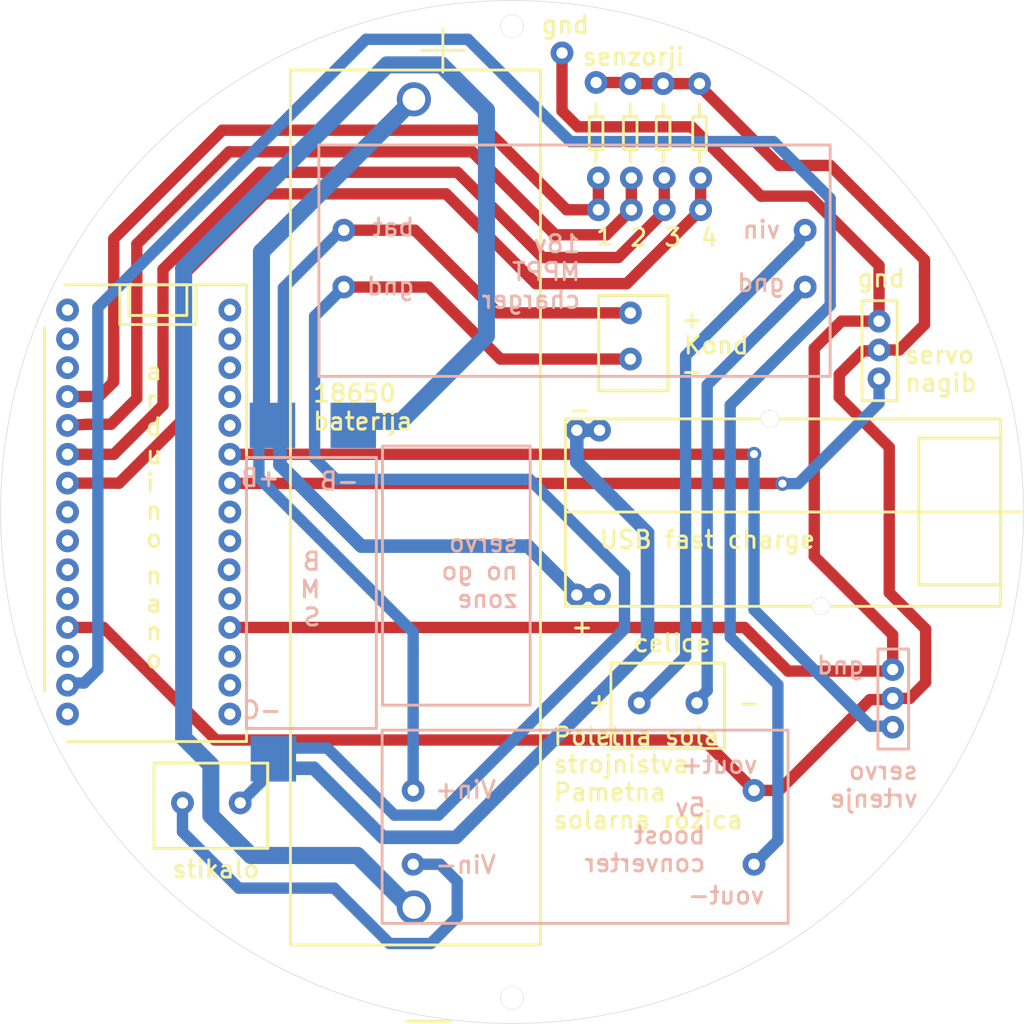
<source format=kicad_pcb>
(kicad_pcb (version 20241229) (generator "pcbnew") (generator_version "9.0")
  (layers (0 "F.Cu" signal "Top Layer") (2 "B.Cu" signal "Bottom Layer") (13 "F.Paste" user "Top Paste") (15 "B.Paste" user "Bottom Paste") (5 "F.SilkS" user "Top Overlay") (7 "B.SilkS" user "Bottom Overlay") (1 "F.Mask" user "Top Solder") (3 "B.Mask" user "Bottom Solder") (25 "Edge.Cuts" user))
  (net 0 "")
  (footprint "" (layer "F.Cu") (at 156.2011 97.8036)
    (property "Reference" "" (at 0 0 0) (layer "F.SilkS") (effects (font (size 1.27 1.27))))
    (property "Value" "")
    (pad "170" thru_hole circle (at 0 0) (size 2 2) (drill 1) (layers "*.Cu" "*.Mask"))
  )
  (footprint "" (layer "F.Cu") (at 156.2011 112.3036)
    (property "Reference" "" (at 0 0 0) (layer "F.SilkS") (effects (font (size 1.27 1.27))))
    (property "Value" "")
    (pad "170" thru_hole circle (at 0 0) (size 2 2) (drill 1) (layers "*.Cu" "*.Mask"))
  )
  (footprint "" (layer "F.Cu") (at 180.8011 90.7436)
    (property "Reference" "" (at 0 0 0) (layer "F.SilkS") (effects (font (size 1.27 1.27))))
    (property "Value" "")
    (pad "144" thru_hole circle (at 0 0) (size 2 2) (drill 1) (layers "*.Cu" "*.Mask"))
  )
  (footprint "" (layer "F.Cu") (at 123.6091 110.0836)
    (property "Reference" "" (at 0 0 0) (layer "F.SilkS") (effects (font (size 1.27 1.27))))
    (property "Value" "")
    (pad "141" thru_hole circle (at 0 0) (size 2 2) (drill 1) (layers "*.Cu" "*.Mask"))
  )
  (footprint "" (layer "F.Cu") (at 182.0011 118.8636)
    (property "Reference" "" (at 0 0 0) (layer "F.SilkS") (effects (font (size 1.27 1.27))))
    (property "Value" "")
    (pad "143" thru_hole circle (at 0 0) (size 2 2) (drill 1) (layers "*.Cu" "*.Mask"))
  )
  (footprint "" (layer "F.Cu") (at 123.6651 120.2436)
    (property "Reference" "" (at 0 0 0) (layer "F.SilkS") (effects (font (size 1.27 1.27))))
    (property "Value" "")
    (pad "141" thru_hole circle (at 0 0) (size 2 2) (drill 1) (layers "*.Cu" "*.Mask"))
  )
  (footprint "" (layer "F.Cu") (at 134.5311 97.3836)
    (property "Reference" "" (at 0 0 0) (layer "F.SilkS") (effects (font (size 1.27 1.27))))
    (property "Value" "")
    (pad "134" smd rect (at 0 0) (size 4 4) (layers "B.Cu" "B.Mask" "B.Paste"))
  )
  (footprint "" (layer "F.Cu") (at 124.5811 130.6036)
    (property "Reference" "" (at 0 0 0) (layer "F.SilkS") (effects (font (size 1.27 1.27))))
    (property "Value" "")
    (pad "107" thru_hole circle (at 0 0) (size 2 2) (drill 1) (layers "*.Cu" "*.Mask"))
  )
  (footprint "" (layer "F.Cu") (at 148.5011 62.2536)
    (property "Reference" "" (at 0 0 0) (layer "F.SilkS") (effects (font (size 1.27 1.27))))
    (property "Value" "")
    (pad "155" thru_hole circle (at 0 0) (size 2 2) (drill 3.2) (layers "*.Cu" "*.Mask"))
  )
  (footprint "" (layer "F.Cu") (at 156.1011 75.6036)
    (property "Reference" "" (at 0 0 0) (layer "F.SilkS") (effects (font (size 1.27 1.27))))
    (property "Value" "")
    (pad "157" thru_hole circle (at 0 0) (size 2 2) (drill 1) (layers "*.Cu" "*.Mask"))
  )
  (footprint "" (layer "F.Cu") (at 158.9011 67.3036)
    (property "Reference" "" (at 0 0 0) (layer "F.SilkS") (effects (font (size 1.27 1.27))))
    (property "Value" "")
    (pad "158" thru_hole circle (at 0 0) (size 2 2) (drill 1) (layers "*.Cu" "*.Mask"))
  )
  (footprint "" (layer "F.Cu") (at 133.7011 85.2036)
    (property "Reference" "" (at 0 0 0) (layer "F.SilkS") (effects (font (size 1.27 1.27))))
    (property "Value" "")
    (pad "132" thru_hole circle (at 0 0 270) (size 2 2) (drill 1) (layers "*.Cu" "*.Mask"))
  )
  (footprint "" (layer "F.Cu") (at 180.8011 93.2836)
    (property "Reference" "" (at 0 0 0) (layer "F.SilkS") (effects (font (size 1.27 1.27))))
    (property "Value" "")
    (pad "145" thru_hole circle (at 0 0) (size 2 2) (drill 1) (layers "*.Cu" "*.Mask"))
  )
  (footprint "" (layer "F.Cu") (at 174.3011 80.2036)
    (property "Reference" "" (at 0 0 0) (layer "F.SilkS") (effects (font (size 1.27 1.27))))
    (property "Value" "")
    (pad "129" thru_hole circle (at 0 0 270) (size 2 2) (drill 1) (layers "*.Cu" "*.Mask"))
  )
  (footprint "" (layer "F.Cu") (at 139.8651 139.8016)
    (property "Reference" "" (at 0 0 0) (layer "F.SilkS") (effects (font (size 1.27 1.27))))
    (property "Value" "")
    (pad "" thru_hole circle (at 0 0) (size 3 3) (drill 2) (layers "*.Cu" "*.Mask"))
  )
  (footprint "" (layer "F.Cu") (at 182.0011 123.9436)
    (property "Reference" "" (at 0 0 0) (layer "F.SilkS") (effects (font (size 1.27 1.27))))
    (property "Value" "")
    (pad "145" thru_hole circle (at 0 0) (size 2 2) (drill 1) (layers "*.Cu" "*.Mask"))
  )
  (footprint "" (layer "F.Cu") (at 109.3851 102.4636)
    (property "Reference" "" (at 0 0 0) (layer "F.SilkS") (effects (font (size 1.27 1.27))))
    (property "Value" "")
    (pad "146" thru_hole circle (at 0 0) (size 2 2) (drill 1) (layers "*.Cu" "*.Mask"))
  )
  (footprint "" (layer "F.Cu") (at 169.8011 129.5036)
    (property "Reference" "" (at 0 0 0) (layer "F.SilkS") (effects (font (size 1.27 1.27))))
    (property "Value" "")
    (pad "137" thru_hole circle (at 0 0 270) (size 2 2) (drill 1) (layers "*.Cu" "*.Mask"))
  )
  (footprint "" (layer "F.Cu") (at 119.5011 130.6036)
    (property "Reference" "" (at 0 0 0) (layer "F.SilkS") (effects (font (size 1.27 1.27))))
    (property "Value" "")
    (pad "105" thru_hole circle (at 0 0) (size 2 2) (drill 1) (layers "*.Cu" "*.Mask"))
  )
  (footprint "" (layer "F.Cu") (at 123.6091 110.0836)
    (property "Reference" "" (at 0 0 0) (layer "F.SilkS") (effects (font (size 1.27 1.27))))
    (property "Value" "")
    (pad "141" thru_hole circle (at 0 0) (size 1.524 1.524) (drill 0.762) (layers "*.Cu" "*.Mask"))
  )
  (footprint "" (layer "F.Cu") (at 158.9151 87.4776)
    (property "Reference" "" (at 0 0 0) (layer "F.SilkS") (effects (font (size 1.27 1.27))))
    (property "Value" "")
    (pad "158" thru_hole circle (at 0 0) (size 2 2) (drill 1) (layers "*.Cu" "*.Mask"))
  )
  (footprint "" (layer "F.Cu") (at 109.3851 99.9236)
    (property "Reference" "" (at 0 0 0) (layer "F.SilkS") (effects (font (size 1.27 1.27))))
    (property "Value" "")
    (pad "145" thru_hole circle (at 0 0) (size 2 2) (drill 1) (layers "*.Cu" "*.Mask"))
  )
  (footprint "" (layer "F.Cu") (at 158.9151 91.5416)
    (property "Reference" "" (at 0 0 0) (layer "F.SilkS") (effects (font (size 1.27 1.27))))
    (property "Value" "")
    (pad "158" thru_hole circle (at 0 0) (size 2 2) (drill 1) (layers "*.Cu" "*.Mask"))
  )
  (footprint "" (layer "F.Cu") (at 155.9011 67.2036)
    (property "Reference" "" (at 0 0 0) (layer "F.SilkS") (effects (font (size 1.27 1.27))))
    (property "Value" "")
    (pad "158" thru_hole circle (at 0 0) (size 2 2) (drill 1) (layers "*.Cu" "*.Mask"))
  )
  (footprint "" (layer "F.Cu") (at 109.3851 120.2436)
    (property "Reference" "" (at 0 0 0) (layer "F.SilkS") (effects (font (size 1.27 1.27))))
    (property "Value" "")
    (pad "153" thru_hole circle (at 0 0) (size 2 2) (drill 1) (layers "*.Cu" "*.Mask"))
  )
  (footprint "" (layer "F.Cu") (at 165.1011 78.4036)
    (property "Reference" "" (at 0 0 0) (layer "F.SilkS") (effects (font (size 1.27 1.27))))
    (property "Value" "")
    (pad "156" thru_hole circle (at 0 0) (size 2 2) (drill 1) (layers "*.Cu" "*.Mask"))
  )
  (footprint "" (layer "F.Cu") (at 109.3851 115.1636)
    (property "Reference" "" (at 0 0 0) (layer "F.SilkS") (effects (font (size 1.27 1.27))))
    (property "Value" "")
    (pad "151" thru_hole circle (at 0 0) (size 2 2) (drill 1) (layers "*.Cu" "*.Mask"))
  )
  (footprint "" (layer "F.Cu") (at 161.9011 75.6036)
    (property "Reference" "" (at 0 0 0) (layer "F.SilkS") (effects (font (size 1.27 1.27))))
    (property "Value" "")
    (pad "157" thru_hole circle (at 0 0) (size 2 2) (drill 1) (layers "*.Cu" "*.Mask"))
  )
  (footprint "" (layer "F.Cu") (at 156.1011 78.4036)
    (property "Reference" "" (at 0 0 0) (layer "F.SilkS") (effects (font (size 1.27 1.27))))
    (property "Value" "")
    (pad "156" thru_hole circle (at 0 0) (size 2 2) (drill 1) (layers "*.Cu" "*.Mask"))
  )
  (footprint "" (layer "F.Cu") (at 133.7011 80.2036)
    (property "Reference" "" (at 0 0 0) (layer "F.SilkS") (effects (font (size 1.27 1.27))))
    (property "Value" "")
    (pad "131" thru_hole circle (at 0 0 270) (size 2 2) (drill 1) (layers "*.Cu" "*.Mask"))
  )
  (footprint "" (layer "F.Cu") (at 109.3851 97.3836)
    (property "Reference" "" (at 0 0 0) (layer "F.SilkS") (effects (font (size 1.27 1.27))))
    (property "Value" "")
    (pad "144" thru_hole circle (at 0 0) (size 2 2) (drill 1) (layers "*.Cu" "*.Mask"))
  )
  (footprint "" (layer "F.Cu") (at 161.9011 78.4036)
    (property "Reference" "" (at 0 0 0) (layer "F.SilkS") (effects (font (size 1.27 1.27))))
    (property "Value" "")
    (pad "156" thru_hole circle (at 0 0) (size 2 2) (drill 1) (layers "*.Cu" "*.Mask"))
  )
  (footprint "" (layer "F.Cu") (at 109.3851 89.7636)
    (property "Reference" "" (at 0 0 0) (layer "F.SilkS") (effects (font (size 1.27 1.27))))
    (property "Value" "")
    (pad "141" thru_hole circle (at 0 0) (size 2 2) (drill 1) (layers "*.Cu" "*.Mask"))
  )
  (footprint "" (layer "F.Cu") (at 161.8011 67.3036)
    (property "Reference" "" (at 0 0 0) (layer "F.SilkS") (effects (font (size 1.27 1.27))))
    (property "Value" "")
    (pad "158" thru_hole circle (at 0 0) (size 2 2) (drill 1) (layers "*.Cu" "*.Mask"))
  )
  (footprint "" (layer "F.Cu") (at 127.5011 126.7286)
    (property "Reference" "" (at 0 0 0) (layer "F.SilkS") (effects (font (size 1.27 1.27))))
    (property "Value" "")
    (pad "134" smd rect (at 0 0) (size 4 4) (layers "B.Cu" "B.Mask" "B.Paste"))
  )
  (footprint "" (layer "F.Cu") (at 175.7011 113.3036)
    (property "Reference" "" (at 0 0 0) (layer "F.SilkS") (effects (font (size 1.27 1.27))))
    (property "Value" "")
    (pad "171" thru_hole circle (at 0 0) (size 1.524 1.524) (drill 2) (layers "*.Cu" "*.Mask"))
  )
  (footprint "" (layer "F.Cu") (at 159.7011 121.8036)
    (property "Reference" "" (at 0 0 0) (layer "F.SilkS") (effects (font (size 1.27 1.27))))
    (property "Value" "")
    (pad "105" thru_hole circle (at 0 0) (size 2 2) (drill 1) (layers "*.Cu" "*.Mask"))
  )
  (footprint "" (layer "F.Cu") (at 127.4191 97.3836)
    (property "Reference" "" (at 0 0 0) (layer "F.SilkS") (effects (font (size 1.27 1.27))))
    (property "Value" "")
    (pad "134" smd rect (at 0 0) (size 4 4) (layers "B.Cu" "B.Mask" "B.Paste"))
  )
  (footprint "" (layer "F.Cu") (at 123.6651 87.2236)
    (property "Reference" "" (at 0 0 0) (layer "F.SilkS") (effects (font (size 1.27 1.27))))
    (property "Value" "")
    (pad "141" thru_hole circle (at 0 0) (size 2 2) (drill 1) (layers "*.Cu" "*.Mask"))
  )
  (footprint "" (layer "F.Cu") (at 159.0011 75.6036)
    (property "Reference" "" (at 0 0 0) (layer "F.SilkS") (effects (font (size 1.27 1.27))))
    (property "Value" "")
    (pad "157" thru_hole circle (at 0 0) (size 2 2) (drill 1) (layers "*.Cu" "*.Mask"))
  )
  (footprint "" (layer "F.Cu") (at 165.1011 75.6036)
    (property "Reference" "" (at 0 0 0) (layer "F.SilkS") (effects (font (size 1.27 1.27))))
    (property "Value" "")
    (pad "157" thru_hole circle (at 0 0) (size 2 2) (drill 1) (layers "*.Cu" "*.Mask"))
  )
  (footprint "" (layer "F.Cu") (at 109.3851 110.0836)
    (property "Reference" "" (at 0 0 0) (layer "F.SilkS") (effects (font (size 1.27 1.27))))
    (property "Value" "")
    (pad "149" thru_hole circle (at 0 0) (size 2 2) (drill 1) (layers "*.Cu" "*.Mask"))
  )
  (footprint "" (layer "F.Cu") (at 123.6651 107.5436)
    (property "Reference" "" (at 0 0 0) (layer "F.SilkS") (effects (font (size 1.27 1.27))))
    (property "Value" "")
    (pad "141" thru_hole circle (at 0 0) (size 2 2) (drill 1) (layers "*.Cu" "*.Mask"))
  )
  (footprint "" (layer "F.Cu") (at 123.6651 115.1636)
    (property "Reference" "" (at 0 0 0) (layer "F.SilkS") (effects (font (size 1.27 1.27))))
    (property "Value" "")
    (pad "141" thru_hole circle (at 0 0) (size 2 2) (drill 1) (layers "*.Cu" "*.Mask"))
  )
  (footprint "" (layer "F.Cu") (at 139.8651 68.6816)
    (property "Reference" "" (at 0 0 0) (layer "F.SilkS") (effects (font (size 1.27 1.27))))
    (property "Value" "")
    (pad "128" thru_hole circle (at 0 0) (size 3 3) (drill 2) (layers "*.Cu" "*.Mask"))
  )
  (footprint "" (layer "F.Cu") (at 123.6651 117.7036)
    (property "Reference" "" (at 0 0 0) (layer "F.SilkS") (effects (font (size 1.27 1.27))))
    (property "Value" "")
    (pad "141" thru_hole circle (at 0 0) (size 2 2) (drill 1) (layers "*.Cu" "*.Mask"))
  )
  (footprint "" (layer "F.Cu") (at 159.0011 78.4036)
    (property "Reference" "" (at 0 0 0) (layer "F.SilkS") (effects (font (size 1.27 1.27))))
    (property "Value" "")
    (pad "156" thru_hole circle (at 0 0) (size 2 2) (drill 1) (layers "*.Cu" "*.Mask"))
  )
  (footprint "" (layer "F.Cu") (at 180.8011 88.2036)
    (property "Reference" "" (at 0 0 0) (layer "F.SilkS") (effects (font (size 1.27 1.27))))
    (property "Value" "")
    (pad "143" thru_hole circle (at 0 0) (size 2 2) (drill 1) (layers "*.Cu" "*.Mask"))
  )
  (footprint "" (layer "F.Cu") (at 123.6651 102.4636)
    (property "Reference" "" (at 0 0 0) (layer "F.SilkS") (effects (font (size 1.27 1.27))))
    (property "Value" "")
    (pad "141" thru_hole circle (at 0 0) (size 2 2) (drill 1) (layers "*.Cu" "*.Mask"))
  )
  (footprint "" (layer "F.Cu") (at 109.3851 112.6236)
    (property "Reference" "" (at 0 0 0) (layer "F.SilkS") (effects (font (size 1.27 1.27))))
    (property "Value" "")
    (pad "150" thru_hole circle (at 0 0) (size 2 2) (drill 1) (layers "*.Cu" "*.Mask"))
  )
  (footprint "" (layer "F.Cu") (at 154.2011 112.3036)
    (property "Reference" "" (at 0 0 0) (layer "F.SilkS") (effects (font (size 1.27 1.27))))
    (property "Value" "")
    (pad "169" thru_hole circle (at 0 0) (size 2 2) (drill 1) (layers "*.Cu" "*.Mask"))
  )
  (footprint "" (layer "F.Cu") (at 109.3851 94.8436)
    (property "Reference" "" (at 0 0 0) (layer "F.SilkS") (effects (font (size 1.27 1.27))))
    (property "Value" "")
    (pad "143" thru_hole circle (at 0 0) (size 2 2) (drill 1) (layers "*.Cu" "*.Mask"))
  )
  (footprint "" (layer "F.Cu") (at 165.0011 67.3036)
    (property "Reference" "" (at 0 0 0) (layer "F.SilkS") (effects (font (size 1.27 1.27))))
    (property "Value" "")
    (pad "158" thru_hole circle (at 0 0) (size 2 2) (drill 1) (layers "*.Cu" "*.Mask"))
  )
  (footprint "" (layer "F.Cu") (at 123.6651 122.7836)
    (property "Reference" "" (at 0 0 0) (layer "F.SilkS") (effects (font (size 1.27 1.27))))
    (property "Value" "")
    (pad "141" thru_hole circle (at 0 0) (size 2 2) (drill 1) (layers "*.Cu" "*.Mask"))
  )
  (footprint "" (layer "F.Cu") (at 123.6651 97.3836)
    (property "Reference" "" (at 0 0 0) (layer "F.SilkS") (effects (font (size 1.27 1.27))))
    (property "Value" "")
    (pad "141" thru_hole circle (at 0 0) (size 2 2) (drill 1) (layers "*.Cu" "*.Mask"))
  )
  (footprint "" (layer "F.Cu") (at 154.2011 97.8036)
    (property "Reference" "" (at 0 0 0) (layer "F.SilkS") (effects (font (size 1.27 1.27))))
    (property "Value" "")
    (pad "169" thru_hole circle (at 0 0) (size 2 2) (drill 1) (layers "*.Cu" "*.Mask"))
  )
  (footprint "" (layer "F.Cu") (at 152.9011 64.6036)
    (property "Reference" "" (at 0 0 0) (layer "F.SilkS") (effects (font (size 1.27 1.27))))
    (property "Value" "")
    (pad "155" thru_hole circle (at 0 0) (size 2 2) (drill 1) (layers "*.Cu" "*.Mask"))
  )
  (footprint "" (layer "F.Cu") (at 123.6651 94.8436)
    (property "Reference" "" (at 0 0 0) (layer "F.SilkS") (effects (font (size 1.27 1.27))))
    (property "Value" "")
    (pad "141" thru_hole circle (at 0 0) (size 2 2) (drill 1) (layers "*.Cu" "*.Mask"))
  )
  (footprint "" (layer "F.Cu") (at 109.3851 105.0036)
    (property "Reference" "" (at 0 0 0) (layer "F.SilkS") (effects (font (size 1.27 1.27))))
    (property "Value" "")
    (pad "147" thru_hole circle (at 0 0) (size 2 2) (drill 1) (layers "*.Cu" "*.Mask"))
  )
  (footprint "" (layer "F.Cu") (at 109.3851 107.5436)
    (property "Reference" "" (at 0 0 0) (layer "F.SilkS") (effects (font (size 1.27 1.27))))
    (property "Value" "")
    (pad "148" thru_hole circle (at 0 0) (size 2 2) (drill 1) (layers "*.Cu" "*.Mask"))
  )
  (footprint "" (layer "F.Cu") (at 139.8011 129.5036)
    (property "Reference" "" (at 0 0 0) (layer "F.SilkS") (effects (font (size 1.27 1.27))))
    (property "Value" "")
    (pad "137" thru_hole circle (at 0 0 270) (size 2 2) (drill 1) (layers "*.Cu" "*.Mask"))
  )
  (footprint "" (layer "F.Cu") (at 169.8011 136.0036)
    (property "Reference" "" (at 0 0 0) (layer "F.SilkS") (effects (font (size 1.27 1.27))))
    (property "Value" "")
    (pad "138" thru_hole circle (at 0 0 270) (size 2 2) (drill 1) (layers "*.Cu" "*.Mask"))
  )
  (footprint "" (layer "F.Cu") (at 109.3851 92.3036)
    (property "Reference" "" (at 0 0 0) (layer "F.SilkS") (effects (font (size 1.27 1.27))))
    (property "Value" "")
    (pad "142" thru_hole circle (at 0 0) (size 2 2) (drill 1) (layers "*.Cu" "*.Mask"))
  )
  (footprint "" (layer "F.Cu") (at 174.3011 85.2036)
    (property "Reference" "" (at 0 0 0) (layer "F.SilkS") (effects (font (size 1.27 1.27))))
    (property "Value" "")
    (pad "130" thru_hole circle (at 0 0 270) (size 2 2) (drill 1) (layers "*.Cu" "*.Mask"))
  )
  (footprint "" (layer "F.Cu") (at 123.6651 99.9236)
    (property "Reference" "" (at 0 0 0) (layer "F.SilkS") (effects (font (size 1.27 1.27))))
    (property "Value" "")
    (pad "141" thru_hole circle (at 0 0) (size 2 2) (drill 1) (layers "*.Cu" "*.Mask"))
  )
  (footprint "" (layer "F.Cu") (at 139.8011 136.0036)
    (property "Reference" "" (at 0 0 0) (layer "F.SilkS") (effects (font (size 1.27 1.27))))
    (property "Value" "")
    (pad "138" thru_hole circle (at 0 0 270) (size 2 2) (drill 1) (layers "*.Cu" "*.Mask"))
  )
  (footprint "" (layer "F.Cu") (at 171.2011 96.8036)
    (property "Reference" "" (at 0 0 0) (layer "F.SilkS") (effects (font (size 1.27 1.27))))
    (property "Value" "")
    (pad "172" thru_hole circle (at 0 0) (size 1.524 1.524) (drill 2) (layers "*.Cu" "*.Mask"))
  )
  (footprint "" (layer "F.Cu") (at 123.6651 105.0036)
    (property "Reference" "" (at 0 0 0) (layer "F.SilkS") (effects (font (size 1.27 1.27))))
    (property "Value" "")
    (pad "141" thru_hole circle (at 0 0) (size 2 2) (drill 1) (layers "*.Cu" "*.Mask"))
  )
  (footprint "" (layer "F.Cu") (at 164.7811 121.8036)
    (property "Reference" "" (at 0 0 0) (layer "F.SilkS") (effects (font (size 1.27 1.27))))
    (property "Value" "")
    (pad "107" thru_hole circle (at 0 0) (size 2 2) (drill 1) (layers "*.Cu" "*.Mask"))
  )
  (footprint "" (layer "F.Cu") (at 109.3851 117.7036)
    (property "Reference" "" (at 0 0 0) (layer "F.SilkS") (effects (font (size 1.27 1.27))))
    (property "Value" "")
    (pad "152" thru_hole circle (at 0 0) (size 2 2) (drill 1) (layers "*.Cu" "*.Mask"))
  )
  (footprint "" (layer "F.Cu") (at 148.5011 147.7536)
    (property "Reference" "" (at 0 0 0) (layer "F.SilkS") (effects (font (size 1.27 1.27))))
    (property "Value" "")
    (pad "155" thru_hole circle (at 0 0) (size 2 2) (drill 3.2) (layers "*.Cu" "*.Mask"))
  )
  (footprint "" (layer "F.Cu") (at 123.6651 112.6236)
    (property "Reference" "" (at 0 0 0) (layer "F.SilkS") (effects (font (size 1.27 1.27))))
    (property "Value" "")
    (pad "141" thru_hole circle (at 0 0) (size 2 2) (drill 1) (layers "*.Cu" "*.Mask"))
  )
  (footprint "" (layer "F.Cu") (at 123.6651 92.3036)
    (property "Reference" "" (at 0 0 0) (layer "F.SilkS") (effects (font (size 1.27 1.27))))
    (property "Value" "")
    (pad "141" thru_hole circle (at 0 0) (size 2 2) (drill 1) (layers "*.Cu" "*.Mask"))
  )
  (footprint "" (layer "F.Cu") (at 109.3851 122.7836)
    (property "Reference" "" (at 0 0 0) (layer "F.SilkS") (effects (font (size 1.27 1.27))))
    (property "Value" "")
    (pad "154" thru_hole circle (at 0 0) (size 2 2) (drill 1) (layers "*.Cu" "*.Mask"))
  )
  (footprint "" (layer "F.Cu") (at 123.6651 89.7636)
    (property "Reference" "" (at 0 0 0) (layer "F.SilkS") (effects (font (size 1.27 1.27))))
    (property "Value" "")
    (pad "141" thru_hole circle (at 0 0) (size 2 2) (drill 1) (layers "*.Cu" "*.Mask"))
  )
  (footprint "" (layer "F.Cu") (at 182.0011 121.4036)
    (property "Reference" "" (at 0 0 0) (layer "F.SilkS") (effects (font (size 1.27 1.27))))
    (property "Value" "")
    (pad "144" thru_hole circle (at 0 0) (size 2 2) (drill 1) (layers "*.Cu" "*.Mask"))
  )
  (footprint "" (layer "F.Cu") (at 109.3851 87.2236)
    (property "Reference" "" (at 0 0 0) (layer "F.SilkS") (effects (font (size 1.27 1.27))))
    (property "Value" "")
    (pad "141" thru_hole circle (at 0 0) (size 2 2) (drill 1) (layers "*.Cu" "*.Mask"))
  )
  (gr_line (start 172.0071 129.5036) (end 179.9971 121.5136) (stroke (width 1)) (layer "F.Cu"))
  (gr_line (start 126.7171 77.0036) (end 142.7011 77.0036) (stroke (width 1)) (layer "F.Cu"))
  (gr_line (start 147.4851 91.5416) (end 158.9151 91.5416) (stroke (width 1)) (layer "F.Cu"))
  (gr_line (start 182.5731 90.7436) (end 184.8011 88.5156) (stroke (width 1)) (layer "F.Cu"))
  (gr_line (start 159.0011 78.4036) (end 159.0011 75.3036) (stroke (width 1)) (layer "F.Cu"))
  (gr_line (start 182.0011 118.8636) (end 182.0011 115.8036) (stroke (width 1)) (layer "F.Cu"))
  (gr_line (start 117.7851 83.6496) (end 126.3311 75.1036) (stroke (width 1)) (layer "F.Cu"))
  (gr_line (start 169.7011 76.5036) (end 170.4011 77.2036) (stroke (width 1)) (layer "F.Cu"))
  (gr_line (start 109.3851 99.9236) (end 113.4651 99.9236) (stroke (width 1)) (layer "F.Cu"))
  (gr_line (start 161.8011 67.3036) (end 165.0011 67.3036) (stroke (width 1)) (layer "F.Cu"))
  (gr_line (start 165.1011 78.4036) (end 165.1011 75.3036) (stroke (width 1)) (layer "F.Cu"))
  (gr_line (start 181.7011 112.1036) (end 184.9011 115.3036) (stroke (width 1)) (layer "F.Cu"))
  (gr_line (start 111.06536 97.28334) (end 113.20536 97.28334) (stroke (width 1)) (layer "F.Cu"))
  (gr_line (start 177.3011 94.9036) (end 181.7011 99.3036) (stroke (width 1)) (layer "F.Cu"))
  (gr_line (start 112.5451 115.1636) (end 122.3851 125.0036) (stroke (width 1)) (layer "F.Cu"))
  (gr_line (start 109.3851 115.1636) (end 112.5451 115.1636) (stroke (width 1)) (layer "F.Cu"))
  (gr_line (start 175.1011 108.9036) (end 182.0011 115.8036) (stroke (width 1)) (layer "F.Cu"))
  (gr_line (start 150.6011 84.9036) (end 158.6011 84.9036) (stroke (width 1)) (layer "F.Cu"))
  (gr_line (start 113.20536 97.28334) (end 113.9851 96.5036) (stroke (width 1)) (layer "F.Cu"))
  (gr_line (start 115.4811 95.0076) (end 115.4811 81.4236) (stroke (width 1)) (layer "F.Cu"))
  (gr_line (start 119.7991 83.9216) (end 126.7171 77.0036) (stroke (width 1)) (layer "F.Cu"))
  (gr_line (start 184.8011 84.2036) (end 184.8011 82.8036) (stroke (width 1)) (layer "F.Cu"))
  (gr_line (start 133.7011 85.2036) (end 141.1471 85.2036) (stroke (width 1)) (layer "F.Cu"))
  (gr_line (start 184.8011 88.5156) (end 184.8011 84.2036) (stroke (width 1)) (layer "F.Cu"))
  (gr_line (start 179.9971 121.5136) (end 182.2831 121.5136) (stroke (width 1)) (layer "F.Cu"))
  (gr_line (start 145.0011 73.3036) (end 152.1011 80.4036) (stroke (width 1)) (layer "F.Cu"))
  (gr_line (start 152.3011 80.6036) (end 156.8011 80.6036) (stroke (width 1)) (layer "F.Cu"))
  (gr_line (start 158.8011 67.2036) (end 158.9011 67.3036) (stroke (width 1)) (layer "F.Cu"))
  (gr_line (start 161.7011 75.7036) (end 161.9011 75.9036) (stroke (width 1)) (layer "F.Cu"))
  (gr_line (start 141.1471 85.2036) (end 147.4851 91.5416) (stroke (width 1)) (layer "F.Cu"))
  (gr_line (start 181.8611 119.0036) (end 182.0011 118.8636) (stroke (width 1)) (layer "F.Cu"))
  (gr_line (start 182.0011 121.4036) (end 183.5011 121.4036) (stroke (width 1)) (layer "F.Cu"))
  (gr_line (start 164.3011 71.1036) (end 169.7011 76.5036) (stroke (width 1)) (layer "F.Cu"))
  (gr_line (start 126.3311 75.1036) (end 143.7011 75.1036) (stroke (width 1)) (layer "F.Cu"))
  (gr_line (start 165.1011 75.6036) (end 165.1011 75.6036) (stroke (width 1)) (layer "F.Cu"))
  (gr_line (start 169.7811 99.9236) (end 169.8011 99.9036) (stroke (width 1)) (layer "F.Cu"))
  (gr_line (start 156.8011 80.6036) (end 159.0011 78.4036) (stroke (width 1)) (layer "F.Cu"))
  (gr_line (start 184.9011 120.0036) (end 184.9011 115.3036) (stroke (width 1)) (layer "F.Cu"))
  (gr_line (start 113.4491 93.54538) (end 113.4491 80.9556) (stroke (width 1)) (layer "F.Cu"))
  (gr_line (start 175.1011 90.6036) (end 177.5011 88.2036) (stroke (width 1)) (layer "F.Cu"))
  (gr_line (start 174.7011 77.2036) (end 180.8011 83.3036) (stroke (width 1)) (layer "F.Cu"))
  (gr_line (start 154.3011 71.1036) (end 164.3011 71.1036) (stroke (width 1)) (layer "F.Cu"))
  (gr_line (start 113.9851 96.5036) (end 115.4811 95.0076) (stroke (width 1)) (layer "F.Cu"))
  (gr_line (start 158.6011 84.9036) (end 165.1011 78.4036) (stroke (width 1)) (layer "F.Cu"))
  (gr_line (start 158.9011 67.3036) (end 161.8011 67.3036) (stroke (width 1)) (layer "F.Cu"))
  (gr_line (start 119.7991 96.5896) (end 119.7991 83.9216) (stroke (width 1)) (layer "F.Cu"))
  (gr_line (start 168.96111 115.1636) (end 172.8011 119.0036) (stroke (width 1)) (layer "F.Cu"))
  (gr_line (start 152.9011 69.7036) (end 152.9011 64.6036) (stroke (width 1)) (layer "F.Cu"))
  (gr_line (start 109.3851 94.8436) (end 110.97458 94.83413) (stroke (width 1)) (layer "F.Cu"))
  (gr_line (start 133.7011 80.2036) (end 139.9571 80.2036) (stroke (width 1)) (layer "F.Cu"))
  (gr_line (start 161.9011 78.54539) (end 161.9011 78.4036) (stroke (width 1)) (layer "F.Cu"))
  (gr_line (start 124.6811 115.1636) (end 168.96111 115.1636) (stroke (width 1)) (layer "F.Cu"))
  (gr_line (start 113.3851 93.6036) (end 113.3851 93.35753) (stroke (width 1)) (layer "F.Cu"))
  (gr_line (start 151.2011 82.6036) (end 157.8429 82.6036) (stroke (width 1)) (layer "F.Cu"))
  (gr_line (start 146.3011 71.4036) (end 153.3011 78.4036) (stroke (width 1)) (layer "F.Cu"))
  (gr_line (start 122.3391 125.0696) (end 165.3671 125.0696) (stroke (width 1)) (layer "F.Cu"))
  (gr_line (start 172.8011 119.0036) (end 181.8611 119.0036) (stroke (width 1)) (layer "F.Cu"))
  (gr_line (start 117.7851 95.6036) (end 117.7851 83.6496) (stroke (width 1)) (layer "F.Cu"))
  (gr_line (start 113.4651 99.9236) (end 117.7851 95.6036) (stroke (width 1)) (layer "F.Cu"))
  (gr_line (start 170.4011 77.2036) (end 174.7011 77.2036) (stroke (width 1)) (layer "F.Cu"))
  (gr_line (start 123.6651 102.4636) (end 123.6851 102.4836) (stroke (width 1)) (layer "F.Cu"))
  (gr_line (start 124.6811 99.9236) (end 169.7811 99.9236) (stroke (width 1)) (layer "F.Cu"))
  (gr_line (start 156.1011 78.4036) (end 156.1011 75.6036) (stroke (width 1)) (layer "F.Cu"))
  (gr_line (start 172.2811 102.4836) (end 172.3011 102.5036) (stroke (width 1)) (layer "F.Cu"))
  (gr_line (start 176.5011 74.5036) (end 184.8011 82.8036) (stroke (width 1)) (layer "F.Cu"))
  (gr_line (start 177.3011 92.9036) (end 179.38163 90.82307) (stroke (width 1)) (layer "F.Cu"))
  (gr_line (start 109.3851 97.3836) (end 111.06536 97.28334) (stroke (width 1)) (layer "F.Cu"))
  (gr_line (start 161.9011 78.4036) (end 161.9011 75.6036) (stroke (width 1)) (layer "F.Cu"))
  (gr_line (start 115.4811 81.4236) (end 123.6011 73.3036) (stroke (width 1)) (layer "F.Cu"))
  (gr_line (start 165.3671 125.0696) (end 169.8011 129.5036) (stroke (width 1)) (layer "F.Cu"))
  (gr_line (start 159.0011 75.6036) (end 159.0011 75.6036) (stroke (width 1)) (layer "F.Cu"))
  (gr_line (start 112.15457 94.83413) (end 113.3851 93.6036) (stroke (width 1)) (layer "F.Cu"))
  (gr_line (start 113.9251 102.4636) (end 119.7991 96.5896) (stroke (width 1)) (layer "F.Cu"))
  (gr_line (start 179.38163 90.82307) (end 180.72163 90.82307) (stroke (width 1)) (layer "F.Cu"))
  (gr_line (start 109.3851 102.4636) (end 113.9251 102.4636) (stroke (width 1)) (layer "F.Cu"))
  (gr_line (start 142.7011 77.0036) (end 150.6011 84.9036) (stroke (width 1)) (layer "F.Cu"))
  (gr_line (start 165.28101 67.78351) (end 172.0011 74.5036) (stroke (width 1)) (layer "F.Cu"))
  (gr_line (start 152.9011 69.7036) (end 154.3011 71.1036) (stroke (width 1)) (layer "F.Cu"))
  (gr_line (start 123.6011 73.3036) (end 145.0011 73.3036) (stroke (width 1)) (layer "F.Cu"))
  (gr_line (start 143.7011 75.1036) (end 151.2011 82.6036) (stroke (width 1)) (layer "F.Cu"))
  (gr_line (start 172.0011 74.5036) (end 176.5011 74.5036) (stroke (width 1)) (layer "F.Cu"))
  (gr_line (start 155.9011 67.2036) (end 158.8011 67.2036) (stroke (width 1)) (layer "F.Cu"))
  (gr_line (start 155.9011 75.7036) (end 156.1011 75.9036) (stroke (width 1)) (layer "F.Cu"))
  (gr_line (start 152.1011 80.4036) (end 152.3011 80.6036) (stroke (width 1)) (layer "F.Cu"))
  (gr_line (start 110.97458 94.83413) (end 112.15457 94.83413) (stroke (width 1)) (layer "F.Cu"))
  (gr_line (start 183.5011 121.4036) (end 184.9011 120.0036) (stroke (width 1)) (layer "F.Cu"))
  (gr_line (start 124.7011 102.4836) (end 172.2811 102.4836) (stroke (width 1)) (layer "F.Cu"))
  (gr_line (start 123.0011 71.4036) (end 146.3011 71.4036) (stroke (width 1)) (layer "F.Cu"))
  (gr_line (start 177.5011 88.2036) (end 180.8011 88.2036) (stroke (width 1)) (layer "F.Cu"))
  (gr_line (start 177.3011 94.9036) (end 177.3011 92.9036) (stroke (width 1)) (layer "F.Cu"))
  (gr_line (start 169.8011 129.5036) (end 172.0071 129.5036) (stroke (width 1)) (layer "F.Cu"))
  (gr_line (start 180.8011 90.7436) (end 182.5731 90.7436) (stroke (width 1)) (layer "F.Cu"))
  (gr_line (start 147.2311 87.4776) (end 158.9151 87.4776) (stroke (width 1)) (layer "F.Cu"))
  (gr_line (start 157.8429 82.6036) (end 161.9011 78.54539) (stroke (width 1)) (layer "F.Cu"))
  (gr_line (start 175.1011 108.9036) (end 175.1011 90.6036) (stroke (width 1)) (layer "F.Cu"))
  (gr_line (start 180.72163 90.82307) (end 180.8011 90.7436) (stroke (width 1)) (layer "F.Cu"))
  (gr_line (start 153.3011 78.4036) (end 156.1011 78.4036) (stroke (width 1)) (layer "F.Cu"))
  (gr_line (start 139.9571 80.2036) (end 147.2311 87.4776) (stroke (width 1)) (layer "F.Cu"))
  (gr_line (start 180.8011 88.2036) (end 180.8011 83.3036) (stroke (width 1)) (layer "F.Cu"))
  (gr_line (start 113.4491 80.9556) (end 123.0011 71.4036) (stroke (width 1)) (layer "F.Cu"))
  (gr_line (start 181.7011 112.1036) (end 181.7011 99.3036) (stroke (width 1)) (layer "F.Cu"))
  (gr_line (start 154.2011 100.6036) (end 160.4261 106.8286) (stroke (width 1.2)) (layer "B.Cu"))
  (gr_line (start 159.7011 121.8036) (end 163.7761 117.7286) (stroke (width 1)) (layer "B.Cu"))
  (gr_line (start 142.0261 131.6786) (end 158.4011 115.3036) (stroke (width 1)) (layer "B.Cu"))
  (gr_line (start 133.0011 102.1286) (end 150.0511 102.1286) (stroke (width 1)) (layer "B.Cu"))
  (gr_line (start 139.4741 139.8016) (end 139.8651 139.8016) (stroke (width 1.5)) (layer "B.Cu"))
  (gr_line (start 154.2011 97.8036) (end 156.2011 97.8036) (stroke (width 1.2)) (layer "B.Cu"))
  (gr_line (start 172.3011 102.5036) (end 173.7011 102.5036) (stroke (width 1)) (layer "B.Cu"))
  (gr_line (start 126.4761 126.8286) (end 126.4761 126.6286) (stroke (width 1)) (layer "B.Cu"))
  (gr_line (start 128.3761 96.5036) (end 128.3761 85.2786) (stroke (width 1)) (layer "B.Cu"))
  (gr_line (start 169.8011 113.6036) (end 180.04457 123.84707) (stroke (width 1)) (layer "B.Cu"))
  (gr_line (start 165.6761 120.71781) (end 165.6761 93.8286) (stroke (width 1)) (layer "B.Cu"))
  (gr_line (start 132.25111 125.7786) (end 138.15111 131.6786) (stroke (width 1)) (layer "B.Cu"))
  (gr_line (start 144.6261 63.4036) (end 153.6261 72.4036) (stroke (width 1)) (layer "B.Cu"))
  (gr_line (start 171.5011 72.4036) (end 176.5011 77.4036) (stroke (width 1)) (layer "B.Cu"))
  (gr_line (start 137.1261 133.6286) (end 143.5761 133.6286) (stroke (width 1.2)) (layer "B.Cu"))
  (gr_line (start 134.9021 135.2296) (end 139.4741 139.8016) (stroke (width 1.5)) (layer "B.Cu"))
  (gr_line (start 125.5231 135.2296) (end 134.9021 135.2296) (stroke (width 1.5)) (layer "B.Cu"))
  (gr_line (start 138.7261 97.0286) (end 146.2511 89.5036) (stroke (width 1.5)) (layer "B.Cu"))
  (gr_line (start 154.2011 112.3036) (end 156.2011 112.3036) (stroke (width 1.2)) (layer "B.Cu"))
  (gr_line (start 126.4511 82.0956) (end 139.8651 68.6816) (stroke (width 1.5)) (layer "B.Cu"))
  (gr_line (start 153.6261 72.4036) (end 171.5011 72.4036) (stroke (width 1)) (layer "B.Cu"))
  (gr_line (start 163.7761 117.7286) (end 163.7761 91.2526) (stroke (width 1)) (layer "B.Cu"))
  (gr_line (start 160.4261 116.7786) (end 160.4261 106.8286) (stroke (width 1.2)) (layer "B.Cu"))
  (gr_line (start 112.0521 118.66795) (end 112.0521 87.0026) (stroke (width 1)) (layer "B.Cu"))
  (gr_line (start 137.7261 142.9786) (end 141.3511 142.9786) (stroke (width 1)) (layer "B.Cu"))
  (gr_line (start 173.8011 80.9742) (end 174.3011 80.4742) (stroke (width 1)) (layer "B.Cu"))
  (gr_line (start 126.3761 126.9286) (end 126.4761 126.8286) (stroke (width 1)) (layer "B.Cu"))
  (gr_line (start 173.8011 81.2276) (end 173.8011 80.9742) (stroke (width 1)) (layer "B.Cu"))
  (gr_line (start 143.6751 140.6546) (end 143.6751 137.5156) (stroke (width 1)) (layer "B.Cu"))
  (gr_line (start 142.16311 136.0036) (end 143.6751 137.5156) (stroke (width 1)) (layer "B.Cu"))
  (gr_line (start 165.6761 93.8286) (end 174.3011 85.2036) (stroke (width 1)) (layer "B.Cu"))
  (gr_line (start 134.5311 97.3836) (end 135.5471 96.3676) (stroke (width 1.2)) (layer "B.Cu"))
  (gr_line (start 167.7011 116.0036) (end 167.7011 95.6036) (stroke (width 1)) (layer "B.Cu"))
  (gr_line (start 124.4511 138.1036) (end 132.8511 138.1036) (stroke (width 1)) (layer "B.Cu"))
  (gr_line (start 131.1261 87.7786) (end 133.6511 85.2536) (stroke (width 1)) (layer "B.Cu"))
  (gr_line (start 119.50187 133.15436) (end 119.50187 130.60436) (stroke (width 1)) (layer "B.Cu"))
  (gr_line (start 133.6511 85.2536) (end 133.7011 85.2036) (stroke (width 1)) (layer "B.Cu"))
  (gr_line (start 149.90109 108.0036) (end 149.9011 108.0036) (stroke (width 1.2)) (layer "B.Cu"))
  (gr_line (start 135.2261 108.0036) (end 149.90109 108.0036) (stroke (width 1.2)) (layer "B.Cu"))
  (gr_line (start 164.7811 121.8036) (end 164.7811 121.61281) (stroke (width 1)) (layer "B.Cu"))
  (gr_line (start 139.8011 117.3036) (end 139.8011 115.5786) (stroke (width 1)) (layer "B.Cu"))
  (gr_line (start 169.8011 113.6036) (end 169.8011 99.9036) (stroke (width 1)) (layer "B.Cu"))
  (gr_line (start 119.6011 124.8716) (end 121.9951 127.2656) (stroke (width 1.5)) (layer "B.Cu"))
  (gr_line (start 133.7691 96.6216) (end 134.5311 97.3836) (stroke (width 1.5)) (layer "B.Cu"))
  (gr_line (start 163.7761 91.2526) (end 173.8011 81.2276) (stroke (width 1)) (layer "B.Cu"))
  (gr_line (start 109.57644 120.05226) (end 110.84644 120.05226) (stroke (width 1)) (layer "B.Cu"))
  (gr_line (start 121.9951 131.7016) (end 125.5231 135.2296) (stroke (width 1.5)) (layer "B.Cu"))
  (gr_line (start 110.84644 120.05226) (end 112.0521 118.8466) (stroke (width 1)) (layer "B.Cu"))
  (gr_line (start 126.4511 96.3786) (end 126.4511 82.0956) (stroke (width 1.5)) (layer "B.Cu"))
  (gr_line (start 167.7011 116.0036) (end 171.9011 120.2036) (stroke (width 1)) (layer "B.Cu"))
  (gr_line (start 126.2261 102.0036) (end 126.2261 98.8036) (stroke (width 1)) (layer "B.Cu"))
  (gr_line (start 112.0521 87.0026) (end 135.6511 63.4036) (stroke (width 1)) (layer "B.Cu"))
  (gr_line (start 174.3011 80.4742) (end 174.3011 80.2036) (stroke (width 1)) (layer "B.Cu"))
  (gr_line (start 128.1761 127.5536) (end 131.0511 127.5536) (stroke (width 1.2)) (layer "B.Cu"))
  (gr_line (start 167.7011 95.6036) (end 176.5011 86.8036) (stroke (width 1)) (layer "B.Cu"))
  (gr_line (start 137.5011 65.6536) (end 142.2761 65.6536) (stroke (width 1.5)) (layer "B.Cu"))
  (gr_line (start 149.9011 108.00359) (end 154.2011 112.3036) (stroke (width 1.2)) (layer "B.Cu"))
  (gr_line (start 134.5311 97.3836) (end 135.41331 98.26581) (stroke (width 1)) (layer "B.Cu"))
  (gr_line (start 134.8261 97.0286) (end 138.7261 97.0286) (stroke (width 1.5)) (layer "B.Cu"))
  (gr_line (start 150.0511 102.1286) (end 158.4011 110.4786) (stroke (width 1)) (layer "B.Cu"))
  (gr_line (start 138.15111 131.6786) (end 142.0261 131.6786) (stroke (width 1)) (layer "B.Cu"))
  (gr_line (start 128.3761 85.2786) (end 133.4511 80.2036) (stroke (width 1)) (layer "B.Cu"))
  (gr_line (start 128.0511 125.7786) (end 132.25111 125.7786) (stroke (width 1)) (layer "B.Cu"))
  (gr_line (start 169.8011 136.0036) (end 171.9011 133.9036) (stroke (width 1)) (layer "B.Cu"))
  (gr_line (start 112.0521 118.8466) (end 112.0521 118.66795) (stroke (width 1)) (layer "B.Cu"))
  (gr_line (start 121.9951 131.7016) (end 121.9951 127.2656) (stroke (width 1.5)) (layer "B.Cu"))
  (gr_line (start 119.50187 133.15436) (end 124.4511 138.1036) (stroke (width 1)) (layer "B.Cu"))
  (gr_line (start 180.04457 123.84707) (end 181.90457 123.84707) (stroke (width 1)) (layer "B.Cu"))
  (gr_line (start 124.5811 130.6036) (end 126.3761 128.8086) (stroke (width 1)) (layer "B.Cu"))
  (gr_line (start 131.1261 100.2536) (end 133.0011 102.1286) (stroke (width 1)) (layer "B.Cu"))
  (gr_line (start 181.90457 123.84707) (end 182.0011 123.9436) (stroke (width 1)) (layer "B.Cu"))
  (gr_line (start 133.4511 80.2036) (end 133.7011 80.2036) (stroke (width 1)) (layer "B.Cu"))
  (gr_line (start 142.2761 65.6536) (end 146.2511 69.6286) (stroke (width 1.5)) (layer "B.Cu"))
  (gr_line (start 128.0761 100.8536) (end 128.0761 98.7786) (stroke (width 1.2)) (layer "B.Cu"))
  (gr_line (start 146.2511 89.5036) (end 146.2511 69.6286) (stroke (width 1.5)) (layer "B.Cu"))
  (gr_line (start 131.1261 100.2536) (end 131.1261 87.7786) (stroke (width 1)) (layer "B.Cu"))
  (gr_line (start 126.2261 102.0036) (end 139.8011 115.5786) (stroke (width 1)) (layer "B.Cu"))
  (gr_line (start 109.3851 120.2436) (end 109.57644 120.05226) (stroke (width 1)) (layer "B.Cu"))
  (gr_line (start 126.92604 96.89054) (end 127.1651 97.1296) (stroke (width 1.5)) (layer "B.Cu"))
  (gr_line (start 128.0761 100.8536) (end 135.2261 108.0036) (stroke (width 1.2)) (layer "B.Cu"))
  (gr_line (start 173.7011 102.5036) (end 180.8011 95.4036) (stroke (width 1)) (layer "B.Cu"))
  (gr_line (start 119.6011 83.5536) (end 137.5011 65.6536) (stroke (width 1.5)) (layer "B.Cu"))
  (gr_line (start 154.2011 100.6036) (end 154.2011 97.8036) (stroke (width 1.2)) (layer "B.Cu"))
  (gr_line (start 135.6511 63.4036) (end 144.6261 63.4036) (stroke (width 1)) (layer "B.Cu"))
  (gr_line (start 176.5011 86.8036) (end 176.5011 77.4036) (stroke (width 1)) (layer "B.Cu"))
  (gr_line (start 164.7811 121.61281) (end 165.6761 120.71781) (stroke (width 1)) (layer "B.Cu"))
  (gr_line (start 119.5011 130.6036) (end 119.50187 130.60436) (stroke (width 1)) (layer "B.Cu"))
  (gr_line (start 126.3761 128.8086) (end 126.3761 126.9286) (stroke (width 1)) (layer "B.Cu"))
  (gr_line (start 141.3511 142.9786) (end 143.6751 140.6546) (stroke (width 1)) (layer "B.Cu"))
  (gr_line (start 131.0511 127.5536) (end 137.1261 133.6286) (stroke (width 1.2)) (layer "B.Cu"))
  (gr_line (start 139.8011 136.0036) (end 142.16311 136.0036) (stroke (width 1)) (layer "B.Cu"))
  (gr_line (start 180.8011 95.4036) (end 180.8011 93.2836) (stroke (width 1)) (layer "B.Cu"))
  (gr_line (start 143.5761 133.6286) (end 160.4261 116.7786) (stroke (width 1.2)) (layer "B.Cu"))
  (gr_line (start 132.8511 138.1036) (end 137.7261 142.9786) (stroke (width 1)) (layer "B.Cu"))
  (gr_line (start 171.9011 133.9036) (end 171.9011 120.2036) (stroke (width 1)) (layer "B.Cu"))
  (gr_line (start 139.8011 129.5036) (end 139.8011 117.3036) (stroke (width 1)) (layer "B.Cu"))
  (gr_line (start 119.6011 124.8716) (end 119.6011 83.5536) (stroke (width 1.5)) (layer "B.Cu"))
  (gr_line (start 158.4011 115.3036) (end 158.4011 110.4786) (stroke (width 1)) (layer "B.Cu"))
  (gr_line (start 162.4011 73.1036) (end 162.4011 72.3036) (stroke (width 0.254)) (layer "F.SilkS"))
  (gr_line (start 184.3011 111.4036) (end 191.5011 111.4036) (stroke (width 0.254)) (layer "F.SilkS"))
  (gr_line (start 184.3011 111.4036) (end 184.3011 98.5036) (stroke (width 0.254)) (layer "F.SilkS"))
  (gr_line (start 114.7851 85.0036) (end 119.8851 85.0036) (stroke (width 0.254)) (layer "F.SilkS"))
  (gr_line (start 161.8011 73.1036) (end 161.8011 73.1036) (stroke (width 0.254)) (layer "F.SilkS"))
  (gr_line (start 113.9851 88.5036) (end 113.9851 85.0036) (stroke (width 0.254)) (layer "F.SilkS"))
  (gr_line (start 184.3011 98.5036) (end 191.5011 98.5036) (stroke (width 0.254)) (layer "F.SilkS"))
  (gr_line (start 156.1211 85.9536) (end 162.2171 85.9536) (stroke (width 0.254)) (layer "F.SilkS"))
  (gr_line (start 164.4011 73.1036) (end 165.6011 73.1036) (stroke (width 0.254)) (layer "F.SilkS"))
  (gr_line (start 120.6851 88.5036) (end 120.6851 85.0036) (stroke (width 0.254)) (layer "F.SilkS"))
  (gr_line (start 158.9011 73.1036) (end 158.90111 73.1036) (stroke (width 0.254)) (layer "F.SilkS"))
  (gr_line (start 165.0011 74.2036) (end 165.0011 73.1036) (stroke (width 0.254)) (layer "F.SilkS"))
  (gr_line (start 117.0011 134.60359) (end 117.0011 127.1036) (stroke (width 0.254)) (layer "F.SilkS"))
  (gr_line (start 155.9011 73.1036) (end 155.9011 73.1036) (stroke (width 0.254)) (layer "F.SilkS"))
  (gr_line (start 157.2011 125.8036) (end 157.2011 118.3036) (stroke (width 0.254)) (layer "F.SilkS"))
  (gr_line (start 159.5011 72.3036) (end 159.5011 70.2036) (stroke (width 0.254)) (layer "F.SilkS"))
  (gr_line (start 151.0011 66.1036) (end 151.0011 143.1036) (stroke (width 0.254)) (layer "F.SilkS"))
  (gr_line (start 158.3011 70.2036) (end 159.5011 70.2036) (stroke (width 0.254)) (layer "F.SilkS"))
  (gr_line (start 158.9011 70.2036) (end 158.90111 70.2036) (stroke (width 0.254)) (layer "F.SilkS"))
  (gr_line (start 161.2011 70.2036) (end 161.8011 70.2036) (stroke (width 0.254)) (layer "F.SilkS"))
  (gr_line (start 119.8851 87.7036) (end 119.8851 85.0036) (stroke (width 0.254)) (layer "F.SilkS"))
  (gr_line (start 127.0011 134.60359) (end 127.0011 127.1036) (stroke (width 0.254)) (layer "F.SilkS"))
  (gr_line (start 117.0011 127.1036) (end 127.0011 127.1036) (stroke (width 0.254)) (layer "F.SilkS"))
  (gr_line (start 167.2011 125.8036) (end 167.2011 118.3036) (stroke (width 0.254)) (layer "F.SilkS"))
  (gr_line (start 114.7851 87.7036) (end 114.7851 85.0036) (stroke (width 0.254)) (layer "F.SilkS"))
  (gr_line (start 155.3011 73.1036) (end 156.5011 73.1036) (stroke (width 0.254)) (layer "F.SilkS"))
  (gr_line (start 157.2011 125.8036) (end 167.2011 125.8036) (stroke (width 0.254)) (layer "F.SilkS"))
  (gr_line (start 117.0011 134.60359) (end 127.0011 134.60359) (stroke (width 0.254)) (layer "F.SilkS"))
  (gr_line (start 157.2011 118.3036) (end 167.2011 118.3036) (stroke (width 0.254)) (layer "F.SilkS"))
  (gr_line (start 191.5011 111.4036) (end 191.5011 98.5036) (stroke (width 0.254)) (layer "F.SilkS"))
  (gr_line (start 107.3531 88.7476) (end 107.3531 120.7516) (stroke (width 0.254)) (layer "F.SilkS"))
  (gr_line (start 129.0011 143.1036) (end 151.0011 143.1036) (stroke (width 0.254)) (layer "F.SilkS"))
  (gr_line (start 167.2011 125.8036) (end 167.2011 118.3036) (stroke (width 0.254)) (layer "F.SilkS"))
  (gr_line (start 156.1211 94.3356) (end 156.1211 85.9536) (stroke (width 0.254)) (layer "F.SilkS"))
  (gr_line (start 165.6011 72.3036) (end 165.6011 70.2036) (stroke (width 0.254)) (layer "F.SilkS"))
  (gr_line (start 155.3011 73.1036) (end 155.3011 70.2036) (stroke (width 0.254)) (layer "F.SilkS"))
  (gr_line (start 182.4011 95.2036) (end 182.4011 86.4036) (stroke (width 0.254)) (layer "F.SilkS"))
  (gr_line (start 161.8011 70.2036) (end 161.8011 69.1036) (stroke (width 0.254)) (layer "F.SilkS"))
  (gr_line (start 158.9011 74.2036) (end 158.9011 73.1036) (stroke (width 0.254)) (layer "F.SilkS"))
  (gr_line (start 158.3011 73.1036) (end 158.3011 70.2036) (stroke (width 0.254)) (layer "F.SilkS"))
  (gr_line (start 191.5011 113.3036) (end 191.5011 96.8036) (stroke (width 0.254)) (layer "F.SilkS"))
  (gr_line (start 164.4011 70.2036) (end 165.0011 70.2036) (stroke (width 0.254)) (layer "F.SilkS"))
  (gr_line (start 155.9011 70.2036) (end 155.9011 70.2036) (stroke (width 0.254)) (layer "F.SilkS"))
  (gr_line (start 109.1311 85.0036) (end 125.1331 85.0036) (stroke (width 0.254)) (layer "F.SilkS"))
  (gr_line (start 161.8011 74.2036) (end 161.8011 73.1036) (stroke (width 0.254)) (layer "F.SilkS"))
  (gr_line (start 179.4011 86.4036) (end 182.4011 86.4036) (stroke (width 0.254)) (layer "F.SilkS"))
  (gr_line (start 129.0011 143.1036) (end 129.0011 66.1036) (stroke (width 0.254)) (layer "F.SilkS"))
  (gr_line (start 164.4011 73.1036) (end 164.4011 70.2036) (stroke (width 0.254)) (layer "F.SilkS"))
  (gr_line (start 155.3011 70.2036) (end 155.9011 70.2036) (stroke (width 0.254)) (layer "F.SilkS"))
  (gr_line (start 155.9011 74.2036) (end 155.9011 73.1036) (stroke (width 0.254)) (layer "F.SilkS"))
  (gr_line (start 153.2011 105.0036) (end 193.3011 105.0036) (stroke (width 0.254)) (layer "F.SilkS"))
  (gr_line (start 153.2011 96.8036) (end 191.5011 96.8036) (stroke (width 0.254)) (layer "F.SilkS"))
  (gr_line (start 113.8851 85.0036) (end 113.9851 85.0036) (stroke (width 0.254)) (layer "F.SilkS"))
  (gr_line (start 114.7851 87.7036) (end 119.8851 87.7036) (stroke (width 0.254)) (layer "F.SilkS"))
  (gr_line (start 125.1331 85.0036) (end 125.1331 125.2036) (stroke (width 0.254)) (layer "F.SilkS"))
  (gr_line (start 159.5011 73.1036) (end 159.5011 72.3036) (stroke (width 0.254)) (layer "F.SilkS"))
  (gr_line (start 156.5011 73.1036) (end 156.5011 72.3036) (stroke (width 0.254)) (layer "F.SilkS"))
  (gr_line (start 129.0011 66.1036) (end 151.0011 66.1036) (stroke (width 0.254)) (layer "F.SilkS"))
  (gr_line (start 153.2011 113.3036) (end 191.5011 113.3036) (stroke (width 0.254)) (layer "F.SilkS"))
  (gr_line (start 179.3011 95.2036) (end 182.4011 95.2036) (stroke (width 0.254)) (layer "F.SilkS"))
  (gr_line (start 165.0011 70.2036) (end 165.0011 69.1036) (stroke (width 0.254)) (layer "F.SilkS"))
  (gr_line (start 161.8011 70.2036) (end 161.8011 70.2036) (stroke (width 0.254)) (layer "F.SilkS"))
  (gr_line (start 156.1211 94.3356) (end 162.2171 94.3356) (stroke (width 0.254)) (layer "F.SilkS"))
  (gr_line (start 162.2171 94.3356) (end 162.2171 85.9536) (stroke (width 0.254)) (layer "F.SilkS"))
  (gr_line (start 179.3011 95.2036) (end 179.3011 86.4036) (stroke (width 0.254)) (layer "F.SilkS"))
  (gr_line (start 161.2011 73.1036) (end 161.2011 70.2036) (stroke (width 0.254)) (layer "F.SilkS"))
  (gr_line (start 153.2011 105.0036) (end 153.2011 96.8036) (stroke (width 0.254)) (layer "F.SilkS"))
  (gr_line (start 165.0011 70.2036) (end 165.0011 70.2036) (stroke (width 0.254)) (layer "F.SilkS"))
  (gr_line (start 165.0011 73.1036) (end 165.0011 73.1036) (stroke (width 0.254)) (layer "F.SilkS"))
  (gr_line (start 164.4011 70.2036) (end 165.6011 70.2036) (stroke (width 0.254)) (layer "F.SilkS"))
  (gr_line (start 127.0011 134.60359) (end 127.0011 127.1036) (stroke (width 0.254)) (layer "F.SilkS"))
  (gr_line (start 158.9011 70.2036) (end 158.9011 69.1036) (stroke (width 0.254)) (layer "F.SilkS"))
  (gr_line (start 162.4011 72.3036) (end 162.4011 70.2036) (stroke (width 0.254)) (layer "F.SilkS"))
  (gr_line (start 165.6011 73.1036) (end 165.6011 72.3036) (stroke (width 0.254)) (layer "F.SilkS"))
  (gr_line (start 161.2011 73.1036) (end 162.4011 73.1036) (stroke (width 0.254)) (layer "F.SilkS"))
  (gr_line (start 161.2011 70.2036) (end 162.4011 70.2036) (stroke (width 0.254)) (layer "F.SilkS"))
  (gr_line (start 156.5011 72.3036) (end 156.5011 70.2036) (stroke (width 0.254)) (layer "F.SilkS"))
  (gr_line (start 158.3011 70.2036) (end 158.9011 70.2036) (stroke (width 0.254)) (layer "F.SilkS"))
  (gr_line (start 158.3011 73.1036) (end 159.5011 73.1036) (stroke (width 0.254)) (layer "F.SilkS"))
  (gr_line (start 113.9851 88.5036) (end 120.6851 88.5036) (stroke (width 0.254)) (layer "F.SilkS"))
  (gr_line (start 153.2011 113.3036) (end 153.2011 105.0536) (stroke (width 0.254)) (layer "F.SilkS"))
  (gr_line (start 109.3851 125.2036) (end 125.1331 125.2036) (stroke (width 0.254)) (layer "F.SilkS"))
  (gr_line (start 155.3011 70.2036) (end 156.5011 70.2036) (stroke (width 0.254)) (layer "F.SilkS"))
  (gr_line (start 155.9011 70.2036) (end 155.9011 69.1036) (stroke (width 0.254)) (layer "F.SilkS"))
  (gr_line (start 137.1011 104.5036) (end 137.1011 99.2036) (stroke (width 0.254)) (layer "B.SilkS"))
  (gr_line (start 125.1331 100.2036) (end 125.1331 124.0536) (stroke (width 0.254)) (layer "B.SilkS"))
  (gr_line (start 126.9511 124.0536) (end 136.5631 124.0536) (stroke (width 0.254)) (layer "B.SilkS"))
  (gr_line (start 172.8011 141.2036) (end 172.8011 124.2036) (stroke (width 0.254)) (layer "B.SilkS"))
  (gr_line (start 137.0711 124.2036) (end 172.8011 124.2036) (stroke (width 0.254)) (layer "B.SilkS"))
  (gr_line (start 183.4011 125.8636) (end 183.4011 117.0636) (stroke (width 0.254)) (layer "B.SilkS"))
  (gr_line (start 137.0711 141.2036) (end 137.0711 124.2036) (stroke (width 0.254)) (layer "B.SilkS"))
  (gr_line (start 125.1331 124.0536) (end 126.9511 124.0536) (stroke (width 0.254)) (layer "B.SilkS"))
  (gr_line (start 136.5631 124.0536) (end 136.5631 100.2036) (stroke (width 0.254)) (layer "B.SilkS"))
  (gr_line (start 180.7011 125.8636) (end 183.4011 125.8636) (stroke (width 0.254)) (layer "B.SilkS"))
  (gr_line (start 137.1011 122.0036) (end 150.1011 122.0036) (stroke (width 0.254)) (layer "B.SilkS"))
  (gr_line (start 131.5011 93.0656) (end 176.5011 93.0656) (stroke (width 0.254)) (layer "B.SilkS"))
  (gr_line (start 137.1011 99.2036) (end 150.1011 99.2036) (stroke (width 0.254)) (layer "B.SilkS"))
  (gr_line (start 180.7011 117.0636) (end 183.4011 117.0636) (stroke (width 0.254)) (layer "B.SilkS"))
  (gr_line (start 133.3011 100.2036) (end 136.5631 100.2036) (stroke (width 0.254)) (layer "B.SilkS"))
  (gr_line (start 131.5011 93.0656) (end 131.5011 72.7036) (stroke (width 0.254)) (layer "B.SilkS"))
  (gr_line (start 125.1331 100.2036) (end 133.3011 100.2036) (stroke (width 0.254)) (layer "B.SilkS"))
  (gr_line (start 180.7011 125.8636) (end 180.7011 117.0636) (stroke (width 0.254)) (layer "B.SilkS"))
  (gr_line (start 150.1011 122.0036) (end 150.1011 99.2036) (stroke (width 0.254)) (layer "B.SilkS"))
  (gr_line (start 137.1011 122.0036) (end 137.1011 104.5036) (stroke (width 0.254)) (layer "B.SilkS"))
  (gr_line (start 131.5011 72.7036) (end 176.5011 72.7036) (stroke (width 0.254)) (layer "B.SilkS"))
  (gr_line (start 176.5011 93.0656) (end 176.5011 72.7036) (stroke (width 0.254)) (layer "B.SilkS"))
  (gr_line (start 137.0711 141.2036) (end 172.8011 141.2036) (stroke (width 0.254)) (layer "B.SilkS"))
  (gr_arc (start 148.5011 59.99249) (mid 180.328761 73.175939) (end 193.51221 105.0036) (stroke (width 0.05)) (layer "Edge.Cuts"))
  (gr_arc (start 193.51221 105.0036) (mid 180.328761 136.831261) (end 148.5011 150.01471) (stroke (width 0.05)) (layer "Edge.Cuts"))
  (gr_arc (start 148.5011 150.01471) (mid 116.673439 136.831261) (end 103.48999 105.0036) (stroke (width 0.05)) (layer "Edge.Cuts"))
  (gr_arc (start 103.48999 105.0036) (mid 116.673439 73.175939) (end 148.5011 59.99249) (stroke (width 0.05)) (layer "Edge.Cuts"))
  (gr_text "USB fast charge" (at 156.0551 108.32845 0) (layer "F.SilkS") (effects (font (size 1.524 1.524) (thickness 0.254)) (justify left bottom)))
  (gr_text "stikalo" (at 118.4551 137.33629 0) (layer "F.SilkS") (effects (font (size 1.524 1.524) (thickness 0.254)) (justify left bottom)))
  (gr_text "gnd" (at 178.7551 85.32845 0) (layer "F.SilkS") (effects (font (size 1.524 1.524) (thickness 0.254)) (justify left bottom)))
  (gr_text "Kond" (at 163.4871 91.22029 0) (layer "F.SilkS") (effects (font (size 1.524 1.524) (thickness 0.254)) (justify left bottom)))
  (gr_text "senzorji" (at 154.5551 65.82846 0) (layer "F.SilkS") (effects (font (size 1.524 1.524) (thickness 0.254)) (justify left bottom)))
  (gr_text "+" (at 163.2331 88.93421 0) (layer "F.SilkS") (effects (font (size 1.524 1.524) (thickness 0.254)) (justify left bottom)))
  (gr_text "1" (at 155.7551 81.63629 0) (layer "F.SilkS") (effects (font (size 1.524 1.524) (thickness 0.254)) (justify left bottom)))
  (gr_text "+" (at 153.5551 115.99021 0) (layer "F.SilkS") (effects (font (size 1.524 1.524) (thickness 0.254)) (justify left bottom)))
  (gr_text "3" (at 161.75511 81.73629 0) (layer "F.SilkS") (effects (font (size 1.524 1.524) (thickness 0.254)) (justify left bottom)))
  (gr_text "+" (at 155.0551 122.59021 0) (layer "F.SilkS") (effects (font (size 1.524 1.524) (thickness 0.254)) (justify left bottom)))
  (gr_text "2" (at 158.7551 81.73629 0) (layer "F.SilkS") (effects (font (size 1.524 1.524) (thickness 0.254)) (justify left bottom)))
  (gr_text "celice" (at 159.0551 117.43629 0) (layer "F.SilkS") (effects (font (size 1.524 1.524) (thickness 0.254)) (justify left bottom)))
  (gr_text "4" (at 164.9551 81.73629 0) (layer "F.SilkS") (effects (font (size 1.524 1.524) (thickness 0.254)) (justify left bottom)))
  (gr_text "-" (at 163.2331 93.50604 0) (layer "F.SilkS") (effects (font (size 1.524 1.524) (thickness 0.254)) (justify left bottom)))
  (gr_text "-" (at 168.2551 122.69804 0) (layer "F.SilkS") (effects (font (size 1.524 1.524) (thickness 0.254)) (justify left bottom)))
  (gr_text "-" (at 153.3551 96.89804 0) (layer "F.SilkS") (effects (font (size 1.524 1.524) (thickness 0.254)) (justify left bottom)))
  (gr_text "gnd" (at 150.9551 63.02845 0) (layer "F.SilkS") (effects (font (size 1.524 1.524) (thickness 0.254)) (justify left bottom)))
  (gr_text "-C" (at 128.3721 123.33629 0) (layer "B.SilkS") (effects (font (size 1.524 1.524) (thickness 0.254)) (justify left bottom mirror)))
  (gr_text "vout-" (at 170.8471 139.63629 360) (layer "B.SilkS") (effects (font (size 1.524 1.524) (thickness 0.254)) (justify left bottom mirror)))
  (gr_text "gnd" (at 179.6471 119.38846 0) (layer "B.SilkS") (effects (font (size 1.524 1.524) (thickness 0.254)) (justify left bottom mirror)))
  (gr_text "+B" (at 128.1971 102.88629 0) (layer "B.SilkS") (effects (font (size 1.524 1.524) (thickness 0.254)) (justify left bottom mirror)))
  (gr_text "gnd" (at 172.6471 85.72845 360) (layer "B.SilkS") (effects (font (size 1.524 1.524) (thickness 0.254)) (justify left bottom mirror)))
  (gr_text "gnd" (at 140.0471 86.02846 360) (layer "B.SilkS") (effects (font (size 1.524 1.524) (thickness 0.254)) (justify left bottom mirror)))
  (gr_text "vin" (at 172.2471 81.03629 360) (layer "B.SilkS") (effects (font (size 1.524 1.524) (thickness 0.254)) (justify left bottom mirror)))
  (gr_text "Vin+" (at 147.2311 130.33629 360) (layer "B.SilkS") (effects (font (size 1.524 1.524) (thickness 0.254)) (justify left bottom mirror)))
  (gr_text "-B" (at 135.1721 103.18629 0) (layer "B.SilkS") (effects (font (size 1.524 1.524) (thickness 0.254)) (justify left bottom mirror)))
  (gr_text "bat" (at 140.0471 80.83629 360) (layer "B.SilkS") (effects (font (size 1.524 1.524) (thickness 0.254)) (justify left bottom mirror)))
  (gr_text "Vin-" (at 147.2311 136.94029 360) (layer "B.SilkS") (effects (font (size 1.524 1.524) (thickness 0.254)) (justify left bottom mirror)))
  (gr_text "vout+" (at 170.2471 128.13629 360) (layer "B.SilkS") (effects (font (size 1.524 1.524) (thickness 0.254)) (justify left bottom mirror)))
  (gr_text_box "a\nr\nd\nu\ni\nn\no" (start 116.1851 91.78442) (end 119.6851 105.9036) (margins 0 0 0 0) (layer "F.SilkS") (effects (font (size 1.524 1.524) (thickness 0.254)) (justify left top)) (border no) (stroke (width 0.1)))
  (gr_text_box "+" (start 139.2011 61.10928) (end 143.04136 65.5286) (margins 0 0 0 0) (layer "F.SilkS") (effects (font (size 5 5) (thickness 0.254)) (justify left top)) (border no) (stroke (width 0.1)))
  (gr_text_box "servo\nnagib" (start 183.0011 90.33428) (end 190.6188 94.8036) (margins 0 0 0 0) (layer "F.SilkS") (effects (font (size 1.524 1.524) (thickness 0.254)) (justify left top)) (border no) (stroke (width 0.1)))
  (gr_text_box "n\na\nn\no" (start 116.1851 109.75867) (end 119.2851 119.1036) (margins 0 0 0 0) (layer "F.SilkS") (effects (font (size 1.524 1.524) (thickness 0.254)) (justify left top)) (border no) (stroke (width 0.1)))
  (gr_text_box "-" (start 137.9761 146.55041) (end 141.81636 149.3036) (margins 0 0 0 0) (layer "F.SilkS") (effects (font (size 5 5) (thickness 0.254)) (justify left top)) (border no) (stroke (width 0.1)))
  (gr_text_box "Poletna sola\nstrojnistva\nPametna\nsolarna rozica" (start 152.0571 123.90541) (end 174.6631 141.0716) (margins 0 0 0 0) (layer "F.SilkS") (effects (font (size 1.524 1.524) (thickness 0.254)) (justify left top)) (border no) (stroke (width 0.1)))
  (gr_text_box "18650\nbaterija" (start 130.9011 93.72645) (end 143.6011 98.7036) (margins 0 0 0 0) (layer "F.SilkS") (effects (font (size 1.524 1.524) (thickness 0.254)) (justify left top)) (border no) (stroke (width 0.1)))
  (gr_text_box "18v MPPT\ncharger" (start 144.1863 80.57064) (end 154.5971 87.9856) (margins 0 0 0 0) (layer "B.SilkS") (effects (font (size 1.524 1.524) (thickness 0.254)) (justify left top mirror)) (border no) (stroke (width 0.1)))
  (gr_text_box "servo\nno go zone" (start 137.3011 106.90431) (end 149.1011 113.3036) (margins 0 0 0 0) (layer "B.SilkS") (effects (font (size 1.524 1.524) (thickness 0.254)) (justify left top mirror)) (border no) (stroke (width 0.1)))
  (gr_text_box "B\nM\nS" (start 128.5371 108.51048) (end 131.7371 115.4176) (margins 0 0 0 0) (layer "B.SilkS") (effects (font (size 1.524 1.524) (thickness 0.254)) (justify left top mirror)) (border no) (stroke (width 0.1)))
  (gr_text_box "5v\nboost\nconverter" (start 152.39721 130.15039) (end 165.6011 136.8036) (margins 0 0 0 0) (layer "B.SilkS") (effects (font (size 1.524 1.524) (thickness 0.254)) (justify left top mirror)) (border no) (stroke (width 0.1)))
  (gr_text_box "servo\nvrtenje" (start 173.8903 126.93428) (end 184.3011 131.4036) (margins 0 0 0 0) (layer "B.SilkS") (effects (font (size 1.524 1.524) (thickness 0.254)) (justify left top mirror)) (border no) (stroke (width 0.1)))
  (via (at 172.3011 102.5036) (size 1.27) (drill 0.7112) (layers "F.Cu" "B.Cu") (net 0))
  (via (at 169.8011 99.9036) (size 1.27) (drill 0.7112) (layers "F.Cu" "B.Cu") (net 0))
)
</source>
